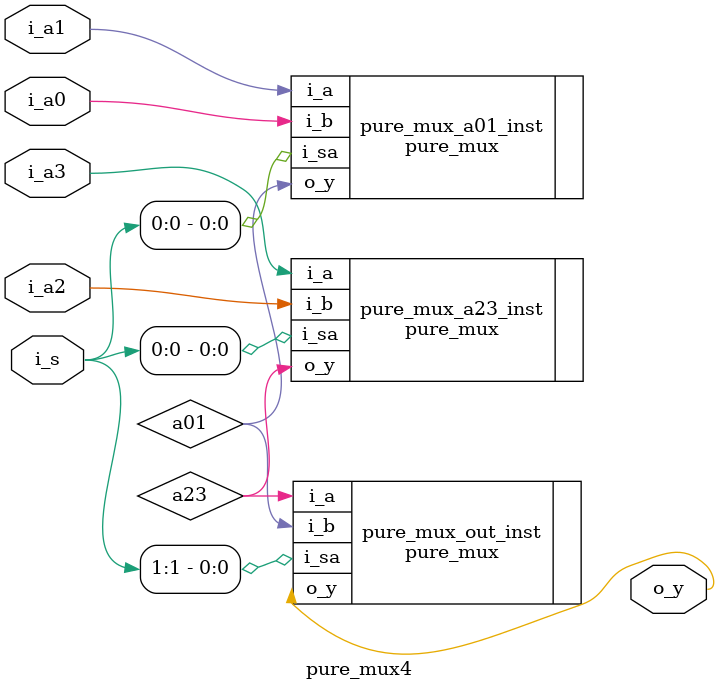
<source format=v>

`timescale 1ns/1ns

module pure_mux4 #(
    parameter DOMAIN_3V0 = 0
  )(
    input        i_a0,
    input        i_a1,
    input        i_a2,
    input        i_a3,
    input  [1:0] i_s,
    output       o_y
  );

  wire a01, a23;

  pure_mux pure_mux_a01_inst(.i_a(i_a1), .i_b(i_a0), .i_sa(i_s[0]), .o_y(a01));
  pure_mux pure_mux_a23_inst(.i_a(i_a3), .i_b(i_a2), .i_sa(i_s[0]), .o_y(a23));
  pure_mux pure_mux_out_inst(.i_a(a23),  .i_b(a01),  .i_sa(i_s[1]), .o_y(o_y));

endmodule


</source>
